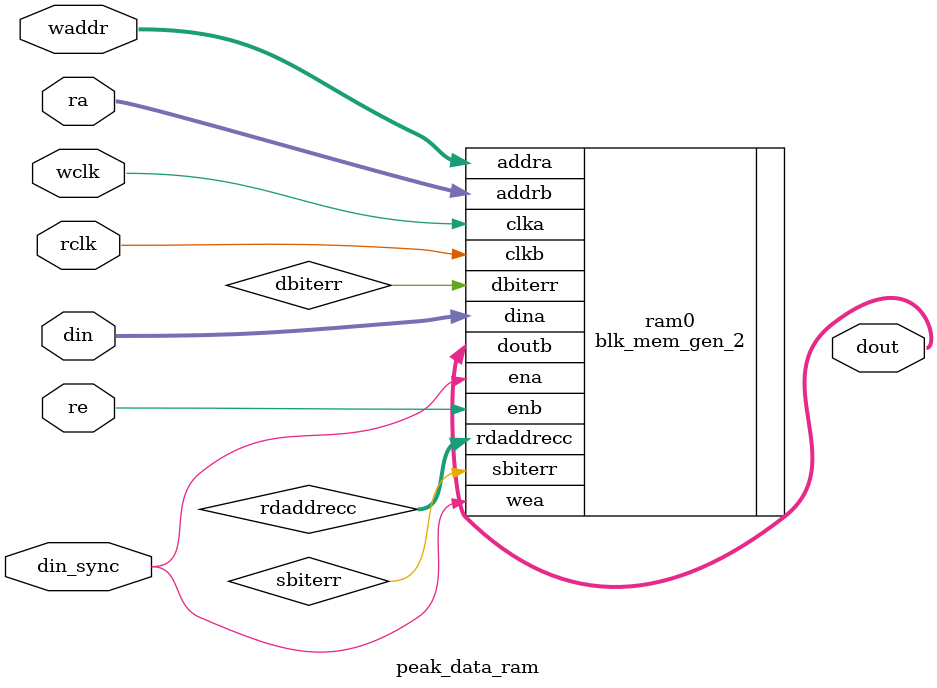
<source format=v>
`timescale 1ns / 1ps

module peak_data_ram(
wclk,
waddr,
din_sync,
din,
rclk,
re,
ra,
dout
    );

input wclk;
input [13:0]waddr;
input din_sync;
input [15:0]din;
input rclk;
input re;
input [13:0]ra;
output [15:0]dout;

wire sbiterr,dbiterr;
wire [13:0]rdaddrecc;

blk_mem_gen_2 ram0(
.clka(wclk),
.ena(din_sync),
.wea(din_sync),
.addra(waddr),
.dina(din),
.clkb(rclk),
.enb(re),
.addrb(ra),
.doutb(dout),
.sbiterr(sbiterr),
.dbiterr(dbiterr),
.rdaddrecc(rdaddrecc)
);

endmodule

</source>
